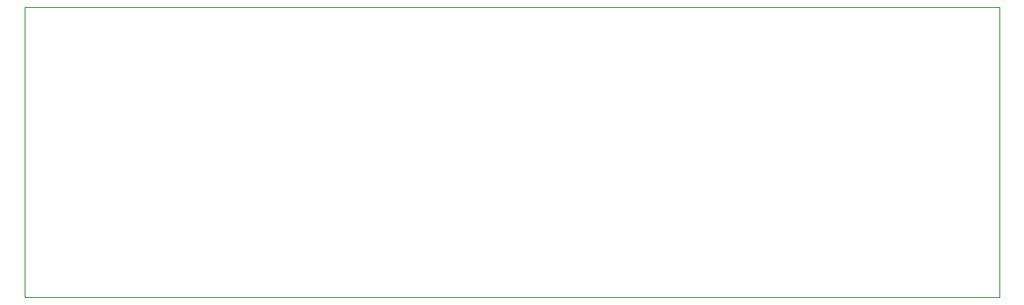
<source format=gbr>
G04 #@! TF.GenerationSoftware,KiCad,Pcbnew,(5.1.10)-1*
G04 #@! TF.CreationDate,2021-10-20T16:59:38-04:00*
G04 #@! TF.ProjectId,7seg,37736567-2e6b-4696-9361-645f70636258,rev?*
G04 #@! TF.SameCoordinates,Original*
G04 #@! TF.FileFunction,Profile,NP*
%FSLAX46Y46*%
G04 Gerber Fmt 4.6, Leading zero omitted, Abs format (unit mm)*
G04 Created by KiCad (PCBNEW (5.1.10)-1) date 2021-10-20 16:59:38*
%MOMM*%
%LPD*%
G01*
G04 APERTURE LIST*
G04 #@! TA.AperFunction,Profile*
%ADD10C,0.050000*%
G04 #@! TD*
G04 APERTURE END LIST*
D10*
X163830000Y-66014600D02*
X69900800Y-66014600D01*
X163830000Y-93954600D02*
X163830000Y-66014600D01*
X69900800Y-93954600D02*
X163830000Y-93954600D01*
X69900800Y-66014600D02*
X69900800Y-93954600D01*
M02*

</source>
